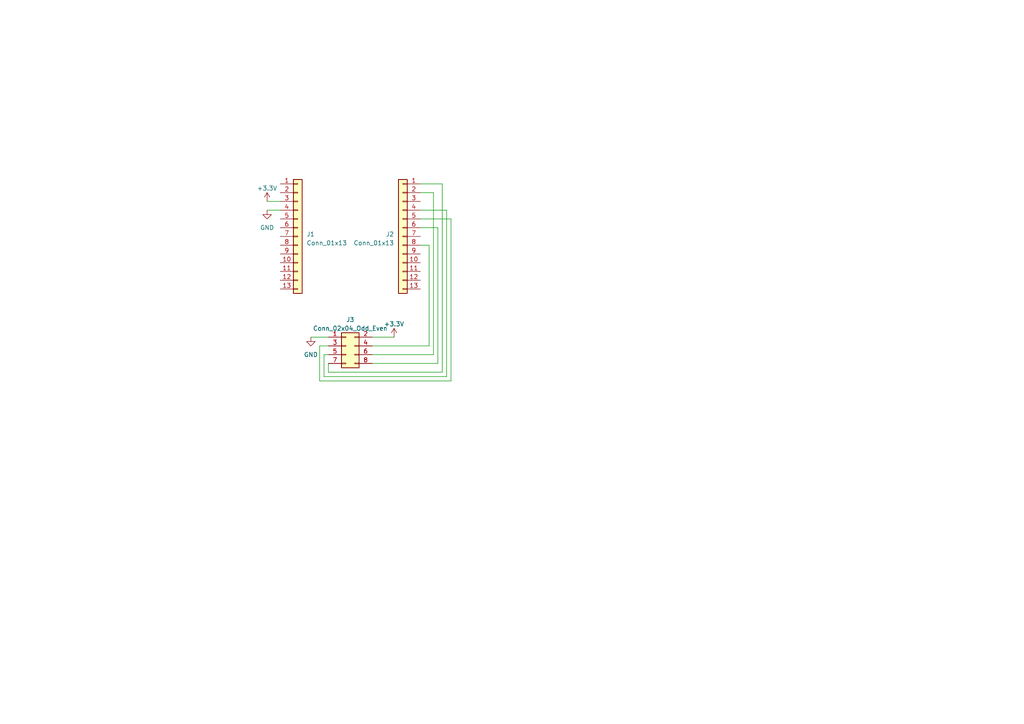
<source format=kicad_sch>
(kicad_sch (version 20230121) (generator eeschema)
  (paper "A4")
  (lib_symbols
    (symbol "Connector_Generic:Conn_01x13" (pin_names (offset 1.016) hide)
      (property "Reference" "J" (at 0 17.78 0))
      (property "Value" "Conn_01x13" (at 0 -17.78 0))
      (symbol "Conn_01x13_1_1"
        (rectangle (start -1.27 -15.113) (end 0 -15.367) (stroke (width 0.1524)))
        (rectangle (start -1.27 -12.573) (end 0 -12.827) (stroke (width 0.1524)))
        (rectangle (start -1.27 -10.033) (end 0 -10.287) (stroke (width 0.1524)))
        (rectangle (start -1.27 -7.493) (end 0 -7.747) (stroke (width 0.1524)))
        (rectangle (start -1.27 -4.953) (end 0 -5.207) (stroke (width 0.1524)))
        (rectangle (start -1.27 -2.413) (end 0 -2.667) (stroke (width 0.1524)))
        (rectangle (start -1.27 0.127) (end 0 -0.127) (stroke (width 0.1524)))
        (rectangle (start -1.27 2.667) (end 0 2.413) (stroke (width 0.1524)))
        (rectangle (start -1.27 5.207) (end 0 4.953) (stroke (width 0.1524)))
        (rectangle (start -1.27 7.747) (end 0 7.493) (stroke (width 0.1524)))
        (rectangle (start -1.27 10.287) (end 0 10.033) (stroke (width 0.1524)))
        (rectangle (start -1.27 12.827) (end 0 12.573) (stroke (width 0.1524)))
        (rectangle (start -1.27 15.367) (end 0 15.113) (stroke (width 0.1524)))
        (rectangle (start -1.27 16.51) (end 1.27 -16.51) (stroke (width 0.254)) (fill (type background)))
        (pin passive line (at -5.08 15.24 0) (length 3.81) (name "Pin_1") (number "1"))
        (pin passive line (at -5.08 -7.62 0) (length 3.81) (name "Pin_10") (number "10"))
        (pin passive line (at -5.08 -10.16 0) (length 3.81) (name "Pin_11") (number "11"))
        (pin passive line (at -5.08 -12.7 0) (length 3.81) (name "Pin_12") (number "12"))
        (pin passive line (at -5.08 -15.24 0) (length 3.81) (name "Pin_13") (number "13"))
        (pin passive line (at -5.08 12.7 0) (length 3.81) (name "Pin_2") (number "2"))
        (pin passive line (at -5.08 10.16 0) (length 3.81) (name "Pin_3") (number "3"))
        (pin passive line (at -5.08 7.62 0) (length 3.81) (name "Pin_4") (number "4"))
        (pin passive line (at -5.08 5.08 0) (length 3.81) (name "Pin_5") (number "5"))
        (pin passive line (at -5.08 2.54 0) (length 3.81) (name "Pin_6") (number "6"))
        (pin passive line (at -5.08 0 0) (length 3.81) (name "Pin_7") (number "7"))
        (pin passive line (at -5.08 -2.54 0) (length 3.81) (name "Pin_8") (number "8"))
        (pin passive line (at -5.08 -5.08 0) (length 3.81) (name "Pin_9") (number "9"))
      )
    )
    (symbol "Connector_Generic:Conn_02x04_Odd_Even" (pin_names (offset 1.016) hide)
      (property "Reference" "J" (at 1.27 5.08 0))
      (property "Value" "Conn_02x04_Odd_Even" (at 1.27 -7.62 0))
      (symbol "Conn_02x04_Odd_Even_1_1"
        (rectangle (start -1.27 -4.953) (end 0 -5.207) (stroke (width 0.1524)))
        (rectangle (start -1.27 -2.413) (end 0 -2.667) (stroke (width 0.1524)))
        (rectangle (start -1.27 0.127) (end 0 -0.127) (stroke (width 0.1524)))
        (rectangle (start -1.27 2.667) (end 0 2.413) (stroke (width 0.1524)))
        (rectangle (start -1.27 3.81) (end 3.81 -6.35) (stroke (width 0.254)) (fill (type background)))
        (rectangle (start 3.81 -4.953) (end 2.54 -5.207) (stroke (width 0.1524)))
        (rectangle (start 3.81 -2.413) (end 2.54 -2.667) (stroke (width 0.1524)))
        (rectangle (start 3.81 0.127) (end 2.54 -0.127) (stroke (width 0.1524)))
        (rectangle (start 3.81 2.667) (end 2.54 2.413) (stroke (width 0.1524)))
        (pin passive line (at -5.08 2.54 0) (length 3.81) (name "Pin_1") (number "1"))
        (pin passive line (at 7.62 2.54 180) (length 3.81) (name "Pin_2") (number "2"))
        (pin passive line (at -5.08 0 0) (length 3.81) (name "Pin_3") (number "3"))
        (pin passive line (at 7.62 0 180) (length 3.81) (name "Pin_4") (number "4"))
        (pin passive line (at -5.08 -2.54 0) (length 3.81) (name "Pin_5") (number "5"))
        (pin passive line (at 7.62 -2.54 180) (length 3.81) (name "Pin_6") (number "6"))
        (pin passive line (at -5.08 -5.08 0) (length 3.81) (name "Pin_7") (number "7"))
        (pin passive line (at 7.62 -5.08 180) (length 3.81) (name "Pin_8") (number "8"))
      )
    )
    (symbol "power:+3.3V" (power) (pin_names (offset 0))
      (property "Value" "+3.3V" (at 0 3.556 0))
      (symbol "+3.3V_0_1"
        (polyline (pts (xy -0.762 1.27) (xy 0 2.54)))
        (polyline (pts (xy 0 0) (xy 0 2.54)))
        (polyline (pts (xy 0 2.54) (xy 0.762 1.27)))
      )
      (symbol "+3.3V_1_1"
        (pin power_in line (at 0 0 90) (length 0) hide (name "+3.3V") (number "1"))
      )
    )
    (symbol "power:GND" (power) (pin_names (offset 0))
      (property "Value" "GND" (at 0 -3.81 0))
      (symbol "GND_0_1"
        (polyline (pts (xy 0 0) (xy 0 -1.27) (xy 1.27 -1.27) (xy 0 -2.54) (xy -1.27 -1.27) (xy 0 -1.27)))
      )
      (symbol "GND_1_1"
        (pin power_in line (at 0 0 270) (length 0) hide (name "GND") (number "1"))
      )
    )
  )
  (wire (pts (xy 129.54 109.22) (xy 129.54 60.96)))
  (wire (pts (xy 128.27 53.34) (xy 121.92 53.34)))
  (wire (pts (xy 130.81 63.5) (xy 121.92 63.5)))
  (wire (pts (xy 93.98 102.87) (xy 93.98 109.22)))
  (wire (pts (xy 95.25 102.87) (xy 93.98 102.87)))
  (wire (pts (xy 77.47 60.96) (xy 81.28 60.96)))
  (wire (pts (xy 77.47 58.42) (xy 81.28 58.42)))
  (wire (pts (xy 127 66.04) (xy 121.92 66.04)))
  (wire (pts (xy 93.98 109.22) (xy 129.54 109.22)))
  (wire (pts (xy 95.25 105.41) (xy 95.25 107.95)))
  (wire (pts (xy 95.25 107.95) (xy 128.27 107.95)))
  (wire (pts (xy 124.46 71.12) (xy 121.92 71.12)))
  (wire (pts (xy 130.81 110.49) (xy 130.81 63.5)))
  (wire (pts (xy 125.73 55.88) (xy 121.92 55.88)))
  (wire (pts (xy 107.95 102.87) (xy 125.73 102.87)))
  (wire (pts (xy 107.95 97.79) (xy 114.3 97.79)))
  (wire (pts (xy 95.25 100.33) (xy 92.71 100.33)))
  (wire (pts (xy 107.95 105.41) (xy 127 105.41)))
  (wire (pts (xy 107.95 100.33) (xy 124.46 100.33)))
  (wire (pts (xy 92.71 110.49) (xy 130.81 110.49)))
  (wire (pts (xy 129.54 60.96) (xy 121.92 60.96)))
  (wire (pts (xy 124.46 100.33) (xy 124.46 71.12)))
  (wire (pts (xy 125.73 102.87) (xy 125.73 55.88)))
  (wire (pts (xy 92.71 100.33) (xy 92.71 110.49)))
  (wire (pts (xy 90.17 97.79) (xy 95.25 97.79)))
  (wire (pts (xy 128.27 107.95) (xy 128.27 53.34)))
  (wire (pts (xy 127 105.41) (xy 127 66.04)))
  (symbol (lib_id "Connector_Generic:Conn_01x13") (at 86.36 68.58 0) (unit 1)
    (property "Reference" "J1" (at 88.9 67.945 0) (effects (justify left)))
    (property "Value" "Conn_01x13" (at 88.9 70.485 0) (effects (justify left)))
    (property "Footprint" "Connector_PinSocket_2.54mm:PinSocket_1x13_P2.54mm_Vertical" (effects hide))
  )
  (symbol (lib_id "power:+3.3V") (at 114.3 97.79 0) (unit 1)
    (property "Reference" "#PWR01" (effects hide))
    (property "Value" "+3.3V" (at 114.3 93.98 0))
  )
  (symbol (lib_id "power:GND") (at 77.47 60.96 0) (unit 1)
    (property "Reference" "#PWR03" (effects hide))
    (property "Value" "GND" (at 77.47 66.04 0))
  )
  (symbol (lib_id "Connector_Generic:Conn_01x13") (at 116.84 68.58 0) (mirror y) (unit 1)
    (property "Reference" "J2" (at 114.3 67.945 0) (effects (justify left)))
    (property "Value" "Conn_01x13" (at 114.3 70.485 0) (effects (justify left)))
    (property "Footprint" "Connector_PinSocket_2.54mm:PinSocket_1x13_P2.54mm_Vertical" (effects hide))
  )
  (symbol (lib_id "Connector_Generic:Conn_02x04_Odd_Even") (at 100.33 100.33 0) (unit 1)
    (property "Reference" "J3" (at 101.6 92.71 0))
    (property "Value" "Conn_02x04_Odd_Even" (at 101.6 95.25 0))
    (property "Footprint" "Connector_PinSocket_2.54mm:PinSocket_2x04_P2.54mm_Vertical" (effects hide))
  )
  (symbol (lib_id "power:GND") (at 90.17 97.79 0) (unit 1)
    (property "Reference" "#PWR02" (effects hide))
    (property "Value" "GND" (at 90.17 102.87 0))
  )
  (symbol (lib_id "power:+3.3V") (at 77.47 58.42 0) (unit 1)
    (property "Reference" "#PWR04" (effects hide))
    (property "Value" "+3.3V" (at 77.47 54.61 0))
  )
)
</source>
